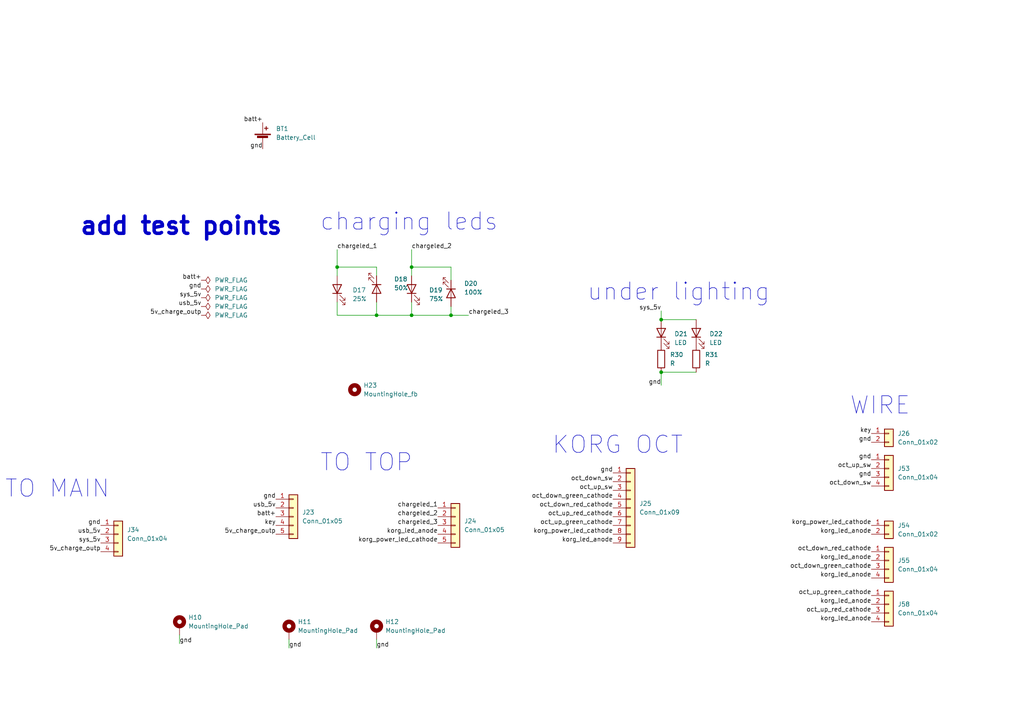
<source format=kicad_sch>
(kicad_sch (version 20211123) (generator eeschema)
  (paper "A4")
  (lib_symbols
    (symbol "Connector_Generic:Conn_01x02" (pin_names (offset 1.016) hide)
      (property "Reference" "J" (at 0 2.54 0))
      (property "Value" "Conn_01x02" (at 0 -5.08 0))
      (symbol "Conn_01x02_1_1"
        (rectangle (start -1.27 -2.413) (end 0 -2.667) (stroke (width 0.1524)))
        (rectangle (start -1.27 0.127) (end 0 -0.127) (stroke (width 0.1524)))
        (rectangle (start -1.27 1.27) (end 1.27 -3.81) (stroke (width 0.254)) (fill (type background)))
        (pin passive line (at -5.08 0 0) (length 3.81) (name "Pin_1") (number "1"))
        (pin passive line (at -5.08 -2.54 0) (length 3.81) (name "Pin_2") (number "2"))
      )
    )
    (symbol "Connector_Generic:Conn_01x04" (pin_names (offset 1.016) hide)
      (property "Reference" "J" (at 0 5.08 0))
      (property "Value" "Conn_01x04" (at 0 -7.62 0))
      (symbol "Conn_01x04_1_1"
        (rectangle (start -1.27 -4.953) (end 0 -5.207) (stroke (width 0.1524)))
        (rectangle (start -1.27 -2.413) (end 0 -2.667) (stroke (width 0.1524)))
        (rectangle (start -1.27 0.127) (end 0 -0.127) (stroke (width 0.1524)))
        (rectangle (start -1.27 2.667) (end 0 2.413) (stroke (width 0.1524)))
        (rectangle (start -1.27 3.81) (end 1.27 -6.35) (stroke (width 0.254)) (fill (type background)))
        (pin passive line (at -5.08 2.54 0) (length 3.81) (name "Pin_1") (number "1"))
        (pin passive line (at -5.08 0 0) (length 3.81) (name "Pin_2") (number "2"))
        (pin passive line (at -5.08 -2.54 0) (length 3.81) (name "Pin_3") (number "3"))
        (pin passive line (at -5.08 -5.08 0) (length 3.81) (name "Pin_4") (number "4"))
      )
    )
    (symbol "Connector_Generic:Conn_01x05" (pin_names (offset 1.016) hide)
      (property "Reference" "J" (at 0 7.62 0))
      (property "Value" "Conn_01x05" (at 0 -7.62 0))
      (symbol "Conn_01x05_1_1"
        (rectangle (start -1.27 -4.953) (end 0 -5.207) (stroke (width 0.1524)))
        (rectangle (start -1.27 -2.413) (end 0 -2.667) (stroke (width 0.1524)))
        (rectangle (start -1.27 0.127) (end 0 -0.127) (stroke (width 0.1524)))
        (rectangle (start -1.27 2.667) (end 0 2.413) (stroke (width 0.1524)))
        (rectangle (start -1.27 5.207) (end 0 4.953) (stroke (width 0.1524)))
        (rectangle (start -1.27 6.35) (end 1.27 -6.35) (stroke (width 0.254)) (fill (type background)))
        (pin passive line (at -5.08 5.08 0) (length 3.81) (name "Pin_1") (number "1"))
        (pin passive line (at -5.08 2.54 0) (length 3.81) (name "Pin_2") (number "2"))
        (pin passive line (at -5.08 0 0) (length 3.81) (name "Pin_3") (number "3"))
        (pin passive line (at -5.08 -2.54 0) (length 3.81) (name "Pin_4") (number "4"))
        (pin passive line (at -5.08 -5.08 0) (length 3.81) (name "Pin_5") (number "5"))
      )
    )
    (symbol "Connector_Generic:Conn_01x09" (pin_names (offset 1.016) hide)
      (property "Reference" "J" (at 0 12.7 0))
      (property "Value" "Conn_01x09" (at 0 -12.7 0))
      (symbol "Conn_01x09_1_1"
        (rectangle (start -1.27 -10.033) (end 0 -10.287) (stroke (width 0.1524)))
        (rectangle (start -1.27 -7.493) (end 0 -7.747) (stroke (width 0.1524)))
        (rectangle (start -1.27 -4.953) (end 0 -5.207) (stroke (width 0.1524)))
        (rectangle (start -1.27 -2.413) (end 0 -2.667) (stroke (width 0.1524)))
        (rectangle (start -1.27 0.127) (end 0 -0.127) (stroke (width 0.1524)))
        (rectangle (start -1.27 2.667) (end 0 2.413) (stroke (width 0.1524)))
        (rectangle (start -1.27 5.207) (end 0 4.953) (stroke (width 0.1524)))
        (rectangle (start -1.27 7.747) (end 0 7.493) (stroke (width 0.1524)))
        (rectangle (start -1.27 10.287) (end 0 10.033) (stroke (width 0.1524)))
        (rectangle (start -1.27 11.43) (end 1.27 -11.43) (stroke (width 0.254)) (fill (type background)))
        (pin passive line (at -5.08 10.16 0) (length 3.81) (name "Pin_1") (number "1"))
        (pin passive line (at -5.08 7.62 0) (length 3.81) (name "Pin_2") (number "2"))
        (pin passive line (at -5.08 5.08 0) (length 3.81) (name "Pin_3") (number "3"))
        (pin passive line (at -5.08 2.54 0) (length 3.81) (name "Pin_4") (number "4"))
        (pin passive line (at -5.08 0 0) (length 3.81) (name "Pin_5") (number "5"))
        (pin passive line (at -5.08 -2.54 0) (length 3.81) (name "Pin_6") (number "6"))
        (pin passive line (at -5.08 -5.08 0) (length 3.81) (name "Pin_7") (number "7"))
        (pin passive line (at -5.08 -7.62 0) (length 3.81) (name "Pin_8") (number "8"))
        (pin passive line (at -5.08 -10.16 0) (length 3.81) (name "Pin_9") (number "9"))
      )
    )
    (symbol "Device:Battery_Cell" (pin_numbers hide) (pin_names (offset 0) hide)
      (property "Reference" "BT" (at 2.54 2.54 0))
      (property "Value" "Battery_Cell" (at 2.54 0 0))
      (symbol "Battery_Cell_0_1"
        (rectangle (start -2.286 1.778) (end 2.286 1.524) (fill (type outline)))
        (rectangle (start -1.5748 1.1938) (end 1.4732 0.6858) (fill (type outline)))
        (polyline (pts (xy 0 0.762) (xy 0 0)))
        (polyline (pts (xy 0 1.778) (xy 0 2.54)))
        (polyline (pts (xy 0.508 3.429) (xy 1.524 3.429)) (stroke (width 0.254)))
        (polyline (pts (xy 1.016 3.937) (xy 1.016 2.921)) (stroke (width 0.254)))
      )
      (symbol "Battery_Cell_1_1"
        (pin passive line (at 0 5.08 270) (length 2.54) (name "+") (number "1"))
        (pin passive line (at 0 -2.54 90) (length 2.54) (name "-") (number "2"))
      )
    )
    (symbol "Device:LED" (pin_numbers hide) (pin_names (offset 1.016) hide)
      (property "Reference" "D" (at 0 2.54 0))
      (property "Value" "LED" (at 0 -2.54 0))
      (symbol "LED_0_1"
        (polyline (pts (xy -1.27 -1.27) (xy -1.27 1.27)) (stroke (width 0.254)))
        (polyline (pts (xy -1.27 0) (xy 1.27 0)))
        (polyline (pts (xy 1.27 -1.27) (xy 1.27 1.27) (xy -1.27 0) (xy 1.27 -1.27)) (stroke (width 0.254)))
        (polyline (pts (xy -3.048 -0.762) (xy -4.572 -2.286) (xy -3.81 -2.286) (xy -4.572 -2.286) (xy -4.572 -1.524)))
        (polyline (pts (xy -1.778 -0.762) (xy -3.302 -2.286) (xy -2.54 -2.286) (xy -3.302 -2.286) (xy -3.302 -1.524)))
      )
      (symbol "LED_1_1"
        (pin passive line (at -3.81 0 0) (length 2.54) (name "K") (number "1"))
        (pin passive line (at 3.81 0 180) (length 2.54) (name "A") (number "2"))
      )
    )
    (symbol "Device:R" (pin_numbers hide) (pin_names (offset 0))
      (property "Reference" "R" (at 2.032 0 90))
      (property "Value" "R" (at 0 0 90))
      (symbol "R_0_1"
        (rectangle (start -1.016 -2.54) (end 1.016 2.54) (stroke (width 0.254)))
      )
      (symbol "R_1_1"
        (pin passive line (at 0 3.81 270) (length 1.27) (name "~") (number "1"))
        (pin passive line (at 0 -3.81 90) (length 1.27) (name "~") (number "2"))
      )
    )
    (symbol "Mechanical:MountingHole" (pin_names (offset 1.016))
      (property "Reference" "H" (at 0 5.08 0))
      (property "Value" "MountingHole" (at 0 3.175 0))
      (symbol "MountingHole_0_1"
        (circle (center 0 0) (radius 1.27) (stroke (width 1.27)))
      )
    )
    (symbol "Mechanical:MountingHole_Pad" (pin_numbers hide) (pin_names (offset 1.016) hide)
      (property "Reference" "H" (at 0 6.35 0))
      (property "Value" "MountingHole_Pad" (at 0 4.445 0))
      (symbol "MountingHole_Pad_0_1"
        (circle (center 0 1.27) (radius 1.27) (stroke (width 1.27)))
      )
      (symbol "MountingHole_Pad_1_1"
        (pin input line (at 0 -2.54 90) (length 2.54) (name "1") (number "1"))
      )
    )
    (symbol "power:PWR_FLAG" (power) (pin_numbers hide) (pin_names (offset 0) hide)
      (property "Value" "PWR_FLAG" (at 0 3.81 0))
      (symbol "PWR_FLAG_0_0"
        (pin power_out line (at 0 0 90) (length 0) (name "pwr") (number "1"))
      )
      (symbol "PWR_FLAG_0_1"
        (polyline (pts (xy 0 0) (xy 0 1.27) (xy -1.016 1.905) (xy 0 2.54) (xy 1.016 1.905) (xy 0 1.27)))
      )
    )
  )
  (junction (at 191.77 107.95))
  (junction (at 119.38 77.47))
  (junction (at 109.22 91.44))
  (junction (at 97.79 77.47))
  (junction (at 191.77 92.71))
  (junction (at 130.81 91.44))
  (junction (at 119.38 91.44))
  (wire (pts (xy 191.77 90.17) (xy 191.77 92.71)))
  (wire (pts (xy 97.79 87.63) (xy 97.79 91.44)))
  (wire (pts (xy 119.38 91.44) (xy 130.81 91.44)))
  (wire (pts (xy 191.77 92.71) (xy 201.93 92.71)))
  (wire (pts (xy 191.77 107.95) (xy 201.93 107.95)))
  (wire (pts (xy 109.22 91.44) (xy 119.38 91.44)))
  (wire (pts (xy 109.22 187.96) (xy 109.22 185.42)))
  (wire (pts (xy 119.38 87.63) (xy 119.38 91.44)))
  (wire (pts (xy 109.22 77.47) (xy 97.79 77.47)))
  (wire (pts (xy 109.22 80.01) (xy 109.22 77.47)))
  (wire (pts (xy 119.38 72.39) (xy 119.38 77.47)))
  (wire (pts (xy 97.79 91.44) (xy 109.22 91.44)))
  (wire (pts (xy 130.81 88.9) (xy 130.81 91.44)))
  (wire (pts (xy 130.81 81.28) (xy 130.81 77.47)))
  (wire (pts (xy 191.77 111.76) (xy 191.77 107.95)))
  (wire (pts (xy 119.38 77.47) (xy 130.81 77.47)))
  (wire (pts (xy 97.79 77.47) (xy 97.79 72.39)))
  (wire (pts (xy 52.07 186.69) (xy 52.07 184.15)))
  (wire (pts (xy 130.81 91.44) (xy 135.89 91.44)))
  (wire (pts (xy 119.38 77.47) (xy 119.38 80.01)))
  (wire (pts (xy 83.82 187.96) (xy 83.82 185.42)))
  (wire (pts (xy 97.79 80.01) (xy 97.79 77.47)))
  (wire (pts (xy 109.22 87.63) (xy 109.22 91.44)))
  (text "under lighting" (at 170.18 87.63 0) (effects (font (size 5 5)) (justify left bottom)))
  (text "add test points" (at 22.86 68.58 0) (effects (font (size 5 5) (thickness 1) bold) (justify left bottom)))
  (text "TO MAIN" (at 1.27 144.78 0) (effects (font (size 5 5)) (justify left bottom)))
  (text "charging leds" (at 92.71 67.31 0) (effects (font (size 5 5)) (justify left bottom)))
  (text "WIRE" (at 246.38 120.65 0) (effects (font (size 5 5)) (justify left bottom)))
  (text "TO TOP" (at 92.71 137.16 0) (effects (font (size 5 5)) (justify left bottom)))
  (text "KORG OCT" (at 160.02 132.08 0) (effects (font (size 5 5)) (justify left bottom)))
  (label "sys_5v" (at 58.42 86.36 180))
  (label "korg_led_anode" (at 252.73 167.64 180))
  (label "oct_up_green_cathode" (at 252.73 172.72 180))
  (label "batt+" (at 76.2 35.56 180))
  (label "gnd" (at 252.73 133.35 180))
  (label "gnd" (at 109.22 187.96 0))
  (label "oct_down_sw" (at 177.8 139.7 180))
  (label "oct_up_sw" (at 177.8 142.24 180))
  (label "korg_led_anode" (at 127 154.94 180))
  (label "oct_down_sw" (at 252.73 140.97 180))
  (label "korg_power_led_cathode" (at 252.73 152.4 180))
  (label "korg_power_led_cathode" (at 127 157.48 180))
  (label "chargeled_2" (at 127 149.86 180))
  (label "chargeled_1" (at 127 147.32 180))
  (label "oct_up_green_cathode" (at 177.8 152.4 180))
  (label "korg_led_anode" (at 252.73 154.94 180))
  (label "sys_5v" (at 191.77 90.17 180))
  (label "oct_down_red_cathode" (at 252.73 160.02 180))
  (label "gnd" (at 252.73 128.27 180))
  (label "gnd" (at 191.77 111.76 180))
  (label "5v_charge_outp" (at 58.42 91.44 180))
  (label "5v_charge_outp" (at 29.21 160.02 180))
  (label "usb_5v" (at 29.21 154.94 180))
  (label "chargeled_3" (at 135.89 91.44 0))
  (label "oct_up_sw" (at 252.73 135.89 180))
  (label "gnd" (at 177.8 137.16 180))
  (label "usb_5v" (at 80.01 147.32 180))
  (label "chargeled_2" (at 119.38 72.39 0))
  (label "chargeled_1" (at 97.79 72.39 0))
  (label "oct_down_red_cathode" (at 177.8 147.32 180))
  (label "oct_down_green_cathode" (at 177.8 144.78 180))
  (label "gnd" (at 252.73 138.43 180))
  (label "oct_down_green_cathode" (at 252.73 165.1 180))
  (label "korg_led_anode" (at 177.8 157.48 180))
  (label "chargeled_3" (at 127 152.4 180))
  (label "gnd" (at 29.21 152.4 180))
  (label "key" (at 252.73 125.73 180))
  (label "korg_led_anode" (at 252.73 162.56 180))
  (label "gnd" (at 76.2 43.18 180))
  (label "key" (at 80.01 152.4 180))
  (label "oct_up_red_cathode" (at 252.73 177.8 180))
  (label "batt+" (at 80.01 149.86 180))
  (label "korg_led_anode" (at 252.73 180.34 180))
  (label "sys_5v" (at 29.21 157.48 180))
  (label "batt+" (at 58.42 81.28 180))
  (label "korg_led_anode" (at 252.73 175.26 180))
  (label "usb_5v" (at 58.42 88.9 180))
  (label "oct_up_red_cathode" (at 177.8 149.86 180))
  (label "korg_power_led_cathode" (at 177.8 154.94 180))
  (label "gnd" (at 80.01 144.78 180))
  (label "5v_charge_outp" (at 80.01 154.94 180))
  (label "gnd" (at 83.82 187.96 0))
  (label "gnd" (at 52.07 186.69 0))
  (label "gnd" (at 58.42 83.82 180))
  (symbol (lib_id "Connector_Generic:Conn_01x05") (at 132.08 152.4 0) (unit 1)
    (property "Reference" "J24" (at 134.62 151.1299 0) (effects (justify left)))
    (property "Value" "Conn_01x05" (at 134.62 153.6699 0) (effects (justify left)))
    (property "Footprint" "Connector_PinSocket_2.54mm:PinSocket_1x05_P2.54mm_Vertical" (effects hide))
  )
  (symbol (lib_id "Mechanical:MountingHole") (at 102.87 113.03 0) (unit 1)
    (property "Reference" "H23" (at 105.41 111.7599 0) (effects (justify left)))
    (property "Value" "MountingHole_fb" (at 105.41 114.2999 0) (effects (justify left)))
    (property "Footprint" "MountingHole:MountingHole_5.3mm_M5" (effects hide))
  )
  (symbol (lib_id "Connector_Generic:Conn_01x04") (at 257.81 162.56 0) (unit 1)
    (property "Reference" "J55" (at 260.35 162.5599 0) (effects (justify left)))
    (property "Value" "Conn_01x04" (at 260.35 165.0999 0) (effects (justify left)))
    (property "Footprint" "Connector_JST:JST_PH_B4B-PH-K_1x04_P2.00mm_Vertical" (effects hide))
  )
  (symbol (lib_id "Connector_Generic:Conn_01x02") (at 257.81 125.73 0) (unit 1)
    (property "Reference" "J26" (at 260.35 125.7299 0) (effects (justify left)))
    (property "Value" "Conn_01x02" (at 260.35 128.2699 0) (effects (justify left)))
    (property "Footprint" "Connector_JST:JST_PH_B2B-PH-K_1x02_P2.00mm_Vertical" (effects hide))
  )
  (symbol (lib_id "Connector_Generic:Conn_01x05") (at 85.09 149.86 0) (unit 1)
    (property "Reference" "J23" (at 87.63 148.5899 0) (effects (justify left)))
    (property "Value" "Conn_01x05" (at 87.63 151.1299 0) (effects (justify left)))
    (property "Footprint" "Connector_PinSocket_2.54mm:PinSocket_1x05_P2.54mm_Vertical" (effects hide))
  )
  (symbol (lib_id "power:PWR_FLAG") (at 58.42 91.44 270) (unit 1)
    (property "Reference" "#FLG06" (effects hide))
    (property "Value" "PWR_FLAG" (at 62.23 91.4399 90) (effects (justify left)))
  )
  (symbol (lib_id "Connector_Generic:Conn_01x04") (at 34.29 154.94 0) (unit 1)
    (property "Reference" "J34" (at 36.83 153.6699 0) (effects (justify left)))
    (property "Value" "Conn_01x04" (at 36.83 156.2099 0) (effects (justify left)))
    (property "Footprint" "Connector_JST:JST_PH_B4B-PH-K_1x04_P2.00mm_Vertical" (effects hide))
  )
  (symbol (lib_id "Device:R") (at 201.93 104.14 0) (unit 1) (in_bom no)
    (property "Reference" "R31" (at 204.47 102.8699 0) (effects (justify left)))
    (property "Value" "R" (at 204.47 105.4099 0) (effects (justify left)))
    (property "Footprint" "Resistor_THT:R_Axial_Power_L25.0mm_W9.0mm_P27.94mm" (effects hide))
  )
  (symbol (lib_id "Device:LED") (at 191.77 96.52 90) (unit 1)
    (property "Reference" "D21" (at 195.58 96.8374 90) (effects (justify right)))
    (property "Value" "LED" (at 195.58 99.3774 90) (effects (justify right)))
    (property "Footprint" "clarinoid2:LED_D5.0mm_withbottomtext" (effects hide))
  )
  (symbol (lib_id "Connector_Generic:Conn_01x02") (at 257.81 152.4 0) (unit 1)
    (property "Reference" "J54" (at 260.35 152.3999 0) (effects (justify left)))
    (property "Value" "Conn_01x02" (at 260.35 154.9399 0) (effects (justify left)))
    (property "Footprint" "Connector_JST:JST_PH_B2B-PH-K_1x02_P2.00mm_Vertical" (effects hide))
  )
  (symbol (lib_id "Connector_Generic:Conn_01x09") (at 182.88 147.32 0) (unit 1) (in_bom no)
    (property "Reference" "J25" (at 185.42 146.0499 0) (effects (justify left)))
    (property "Value" "Conn_01x09" (at 185.42 148.5899 0) (effects (justify left)))
    (property "Footprint" "Connector_JST:JST_PH_B9B-PH-K_1x09_P2.00mm_Vertical" (effects hide))
  )
  (symbol (lib_id "Device:R") (at 191.77 104.14 0) (unit 1) (in_bom no)
    (property "Reference" "R30" (at 194.31 102.8699 0) (effects (justify left)))
    (property "Value" "R" (at 194.31 105.4099 0) (effects (justify left)))
    (property "Footprint" "Resistor_THT:R_Axial_Power_L25.0mm_W9.0mm_P27.94mm" (effects hide))
  )
  (symbol (lib_id "Mechanical:MountingHole_Pad") (at 83.82 182.88 0) (unit 1) (in_bom no)
    (property "Reference" "H11" (at 86.36 180.3399 0) (effects (justify left)))
    (property "Value" "MountingHole_Pad" (at 86.36 182.8799 0) (effects (justify left)))
    (property "Footprint" "MountingHole:MountingHole_3.2mm_M3_Pad_Via" (effects hide))
  )
  (symbol (lib_id "Connector_Generic:Conn_01x04") (at 257.81 175.26 0) (unit 1)
    (property "Reference" "J58" (at 260.35 175.2599 0) (effects (justify left)))
    (property "Value" "Conn_01x04" (at 260.35 177.7999 0) (effects (justify left)))
    (property "Footprint" "Connector_JST:JST_PH_B4B-PH-K_1x04_P2.00mm_Vertical" (effects hide))
  )
  (symbol (lib_id "power:PWR_FLAG") (at 58.42 86.36 270) (unit 1)
    (property "Reference" "#FLG04" (effects hide))
    (property "Value" "PWR_FLAG" (at 62.23 86.3599 90) (effects (justify left)))
  )
  (symbol (lib_id "Device:LED") (at 119.38 83.82 90) (unit 1)
    (property "Reference" "D19" (at 124.46 84.1374 90) (effects (justify right)))
    (property "Value" "75%" (at 124.46 86.6774 90) (effects (justify right)))
    (property "Footprint" "LED_SMD:LED_0805_2012Metric" (effects hide))
    (property "LCSC part number" "C264424" (effects hide))
    (property "verif" "1" (effects hide))
    (property "LCSC" "C264424" (effects hide))
  )
  (symbol (lib_id "power:PWR_FLAG") (at 58.42 81.28 270) (unit 1)
    (property "Reference" "#FLG02" (effects hide))
    (property "Value" "PWR_FLAG" (at 62.23 81.2799 90) (effects (justify left)))
  )
  (symbol (lib_id "Device:LED") (at 130.81 85.09 270) (unit 1)
    (property "Reference" "D20" (at 134.62 82.2324 90) (effects (justify left)))
    (property "Value" "100%" (at 134.62 84.7724 90) (effects (justify left)))
    (property "Footprint" "LED_SMD:LED_0805_2012Metric" (effects hide))
    (property "LCSC part number" "C264424" (effects hide))
    (property "verif" "1" (effects hide))
    (property "LCSC" "C264424" (effects hide))
  )
  (symbol (lib_id "Device:Battery_Cell") (at 76.2 40.64 0) (unit 1) (in_bom no)
    (property "Reference" "BT1" (at 80.01 37.3379 0) (effects (justify left)))
    (property "Value" "Battery_Cell" (at 80.01 39.8779 0) (effects (justify left)))
    (property "Footprint" "Battery:BatteryHolder_Keystone_1042_1x18650" (effects hide))
  )
  (symbol (lib_id "power:PWR_FLAG") (at 58.42 88.9 270) (unit 1)
    (property "Reference" "#FLG05" (effects hide))
    (property "Value" "PWR_FLAG" (at 62.23 88.8999 90) (effects (justify left)))
  )
  (symbol (lib_id "Device:LED") (at 201.93 96.52 90) (unit 1)
    (property "Reference" "D22" (at 205.74 96.8374 90) (effects (justify right)))
    (property "Value" "LED" (at 205.74 99.3774 90) (effects (justify right)))
    (property "Footprint" "clarinoid2:LED_D5.0mm_withbottomtext" (effects hide))
  )
  (symbol (lib_id "Mechanical:MountingHole_Pad") (at 109.22 182.88 0) (unit 1) (in_bom no)
    (property "Reference" "H12" (at 111.76 180.3399 0) (effects (justify left)))
    (property "Value" "MountingHole_Pad" (at 111.76 182.8799 0) (effects (justify left)))
    (property "Footprint" "MountingHole:MountingHole_3.2mm_M3_Pad_Via" (effects hide))
  )
  (symbol (lib_id "Connector_Generic:Conn_01x04") (at 257.81 135.89 0) (unit 1)
    (property "Reference" "J53" (at 260.35 135.8899 0) (effects (justify left)))
    (property "Value" "Conn_01x04" (at 260.35 138.4299 0) (effects (justify left)))
    (property "Footprint" "Connector_JST:JST_PH_B4B-PH-K_1x04_P2.00mm_Vertical" (effects hide))
  )
  (symbol (lib_id "Mechanical:MountingHole_Pad") (at 52.07 181.61 0) (unit 1) (in_bom no)
    (property "Reference" "H10" (at 54.61 179.0699 0) (effects (justify left)))
    (property "Value" "MountingHole_Pad" (at 54.61 181.6099 0) (effects (justify left)))
    (property "Footprint" "MountingHole:MountingHole_3.2mm_M3_Pad_Via" (effects hide))
  )
  (symbol (lib_id "power:PWR_FLAG") (at 58.42 83.82 270) (unit 1)
    (property "Reference" "#FLG03" (effects hide))
    (property "Value" "PWR_FLAG" (at 62.23 83.8199 90) (effects (justify left)))
  )
  (symbol (lib_id "Device:LED") (at 97.79 83.82 90) (unit 1)
    (property "Reference" "D17" (at 102.235 84.1374 90) (effects (justify right)))
    (property "Value" "25%" (at 102.235 86.6774 90) (effects (justify right)))
    (property "Footprint" "LED_SMD:LED_0805_2012Metric" (effects hide))
    (property "LCSC part number" "C264424" (effects hide))
    (property "verif" "1" (effects hide))
    (property "LCSC" "C264424" (effects hide))
  )
  (symbol (lib_id "Device:LED") (at 109.22 83.82 270) (unit 1)
    (property "Reference" "D18" (at 114.3 80.9624 90) (effects (justify left)))
    (property "Value" "50%" (at 114.3 83.5024 90) (effects (justify left)))
    (property "Footprint" "LED_SMD:LED_0805_2012Metric" (effects hide))
    (property "LCSC part number" "C264424" (effects hide))
    (property "verif" "1" (effects hide))
    (property "LCSC" "C264424" (effects hide))
  )
)
</source>
